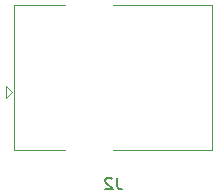
<source format=gbr>
G04 #@! TF.GenerationSoftware,KiCad,Pcbnew,(5.1.5)-3*
G04 #@! TF.CreationDate,2020-01-31T15:08:37+01:00*
G04 #@! TF.ProjectId,Greenkeeper,47726565-6e6b-4656-9570-65722e6b6963,1.0*
G04 #@! TF.SameCoordinates,Original*
G04 #@! TF.FileFunction,Legend,Bot*
G04 #@! TF.FilePolarity,Positive*
%FSLAX46Y46*%
G04 Gerber Fmt 4.6, Leading zero omitted, Abs format (unit mm)*
G04 Created by KiCad (PCBNEW (5.1.5)-3) date 2020-01-31 15:08:37*
%MOMM*%
%LPD*%
G04 APERTURE LIST*
%ADD10C,0.120000*%
%ADD11C,0.150000*%
G04 APERTURE END LIST*
D10*
X186810000Y-93810000D02*
X182550000Y-93810000D01*
X182550000Y-93810000D02*
X182550000Y-81490000D01*
X182550000Y-81490000D02*
X186810000Y-81490000D01*
X190910000Y-93810000D02*
X199270000Y-93810000D01*
X199270000Y-93810000D02*
X199270000Y-81490000D01*
X199270000Y-81490000D02*
X190910000Y-81490000D01*
X182330000Y-88900000D02*
X181830000Y-89400000D01*
X181830000Y-89400000D02*
X181830000Y-88400000D01*
X181830000Y-88400000D02*
X182330000Y-88900000D01*
D11*
X191243333Y-96122380D02*
X191243333Y-96836666D01*
X191290952Y-96979523D01*
X191386190Y-97074761D01*
X191529047Y-97122380D01*
X191624285Y-97122380D01*
X190814761Y-96217619D02*
X190767142Y-96170000D01*
X190671904Y-96122380D01*
X190433809Y-96122380D01*
X190338571Y-96170000D01*
X190290952Y-96217619D01*
X190243333Y-96312857D01*
X190243333Y-96408095D01*
X190290952Y-96550952D01*
X190862380Y-97122380D01*
X190243333Y-97122380D01*
M02*

</source>
